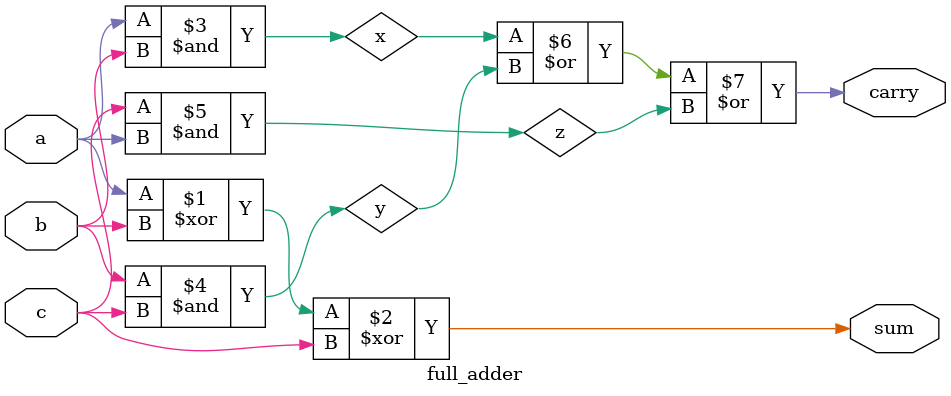
<source format=v>
module full_adder(a,b,c,sum,carry);
    input a,b,c;
    output sum,carry;
    wire x,y,z;

    xor(sum,a,b,c);
    and(x,a,b);
    and(y,b,c);
    and(z,c,a);
    or(carry,x,y,z);

endmodule 

//behavioral:

/*module fa(a,b,c,sum,carry);
    input a,b,c;
    output reg sum,carry;

    always@(*)begin
        case({a,b,c})
            3'b000: begin sum = 0; cout = 0; end
            3'b001: begin sum = 1; cout = 0; end
            3'b010: begin sum = 1; cout = 0; end
            3'b011: begin sum = 0; cout = 1; end
            3'b100: begin sum = 1; cout = 0; end
            3'b101: begin sum = 0; cout = 1; end
            3'b110: begin sum = 0; cout = 1; end
            3'b111: begin sum = 1; cout = 1; end
          
        endcase
    end
    endmodule*/

</source>
